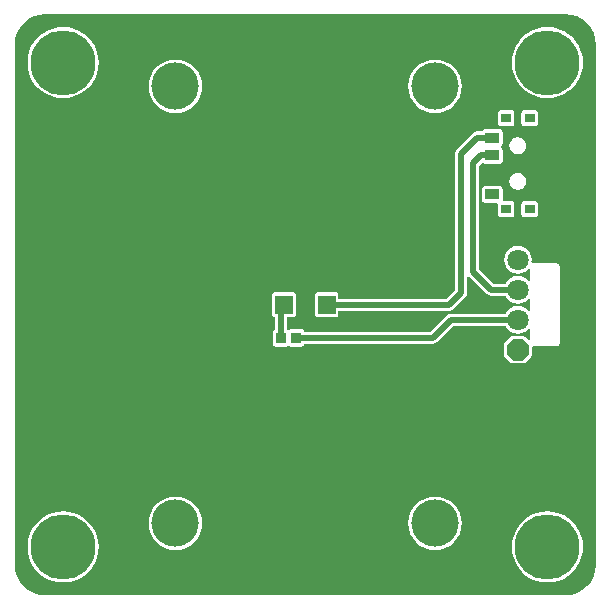
<source format=gtl>
G04 Layer_Physical_Order=1*
G04 Layer_Color=255*
%FSLAX44Y44*%
%MOMM*%
G71*
G01*
G75*
%ADD10R,1.2500X0.9000*%
%ADD11R,0.9000X0.8000*%
%ADD12R,1.5000X1.6000*%
%ADD13R,0.8500X0.9500*%
%ADD14C,0.5000*%
%ADD15P,1.9483X8X112.5*%
%ADD16C,1.8000*%
%ADD17C,4.0000*%
%ADD18C,5.5000*%
G36*
X475109Y495686D02*
X480022Y494196D01*
X484550Y491776D01*
X488518Y488519D01*
X491776Y484550D01*
X494196Y480022D01*
X495686Y475109D01*
X496165Y470248D01*
X496115Y470000D01*
X496115Y30000D01*
X496165Y29752D01*
X495686Y24891D01*
X494196Y19978D01*
X491776Y15450D01*
X488518Y11482D01*
X484550Y8225D01*
X480022Y5804D01*
X475109Y4314D01*
X471250Y3934D01*
X470000Y3885D01*
X470000Y3885D01*
X468730Y3885D01*
X31269Y3885D01*
X30000Y3885D01*
X28750Y3934D01*
X24891Y4314D01*
X19978Y5804D01*
X15450Y8225D01*
X11481Y11482D01*
X8225Y15450D01*
X5804Y19978D01*
X4314Y24891D01*
X3934Y28751D01*
X3885Y30000D01*
X3885Y30000D01*
X3885Y31252D01*
X3885Y470000D01*
X3835Y470248D01*
X4314Y475109D01*
X5804Y480022D01*
X8225Y484550D01*
X11481Y488519D01*
X15450Y491776D01*
X19978Y494196D01*
X24891Y495686D01*
X29752Y496165D01*
X30000Y496115D01*
X470000Y496115D01*
X470248Y496165D01*
X475109Y495686D01*
D02*
G37*
%LPC*%
G36*
X414500Y350695D02*
X402000D01*
X401009Y350498D01*
X400169Y349936D01*
X399607Y349096D01*
X399410Y348105D01*
Y339105D01*
X399607Y338114D01*
X400169Y337274D01*
X401009Y336713D01*
X402000Y336516D01*
X411976D01*
X412938Y335245D01*
X412910Y335105D01*
Y327105D01*
X413107Y326114D01*
X413669Y325274D01*
X414509Y324713D01*
X415500Y324515D01*
X424500D01*
X425491Y324713D01*
X426331Y325274D01*
X426893Y326114D01*
X427090Y327105D01*
Y335105D01*
X426893Y336096D01*
X426331Y336936D01*
X425491Y337498D01*
X424500Y337695D01*
X418024D01*
X417062Y338965D01*
X417090Y339105D01*
Y348105D01*
X416893Y349096D01*
X416331Y349936D01*
X415491Y350498D01*
X414500Y350695D01*
D02*
G37*
G36*
X444500Y337695D02*
X435500D01*
X434509Y337498D01*
X433669Y336936D01*
X433107Y336096D01*
X432910Y335105D01*
Y327105D01*
X433107Y326114D01*
X433669Y325274D01*
X434509Y324713D01*
X435500Y324515D01*
X444500D01*
X445491Y324713D01*
X446331Y325274D01*
X446893Y326114D01*
X447090Y327105D01*
Y335105D01*
X446893Y336096D01*
X446331Y336936D01*
X445491Y337498D01*
X444500Y337695D01*
D02*
G37*
G36*
X430505Y361733D02*
X429495D01*
X427739Y361384D01*
X426805Y360997D01*
X425317Y360003D01*
X425317Y360003D01*
X424602Y359288D01*
X424602Y359288D01*
X423608Y357800D01*
X423221Y356866D01*
X422872Y355110D01*
Y354855D01*
X422822Y354605D01*
X422872Y354355D01*
Y354100D01*
X423221Y352344D01*
X423608Y351411D01*
X424602Y349922D01*
X424602Y349922D01*
X425317Y349208D01*
X425317Y349208D01*
X426805Y348213D01*
X427739Y347826D01*
X429495Y347477D01*
X430505D01*
X432261Y347826D01*
X433195Y348213D01*
X434683Y349208D01*
X434683Y349208D01*
X435398Y349922D01*
X435398Y349922D01*
X436392Y351411D01*
X436779Y352344D01*
X437128Y354100D01*
Y354355D01*
X437178Y354605D01*
X437128Y354855D01*
Y355110D01*
X436779Y356866D01*
X436392Y357800D01*
X435398Y359288D01*
X435398Y359288D01*
X434683Y360003D01*
X434683Y360003D01*
X433195Y360997D01*
X432261Y361384D01*
X430505Y361733D01*
D02*
G37*
G36*
X360000Y87649D02*
X355581Y87214D01*
X351333Y85925D01*
X347417Y83832D01*
X343985Y81015D01*
X341168Y77583D01*
X339075Y73667D01*
X337786Y69419D01*
X337351Y65000D01*
X337786Y60581D01*
X339075Y56333D01*
X341168Y52417D01*
X343985Y48985D01*
X347417Y46168D01*
X351333Y44075D01*
X355581Y42786D01*
X360000Y42351D01*
X364419Y42786D01*
X368667Y44075D01*
X372583Y46168D01*
X376015Y48985D01*
X378832Y52417D01*
X380925Y56333D01*
X382214Y60581D01*
X382649Y65000D01*
X382214Y69419D01*
X380925Y73667D01*
X378832Y77583D01*
X376015Y81015D01*
X372583Y83832D01*
X368667Y85925D01*
X364419Y87214D01*
X360000Y87649D01*
D02*
G37*
G36*
X45000Y75133D02*
X40286Y74762D01*
X35688Y73658D01*
X31320Y71849D01*
X27288Y69378D01*
X23693Y66307D01*
X20622Y62712D01*
X18151Y58680D01*
X16342Y54312D01*
X15238Y49714D01*
X14867Y45000D01*
X15238Y40286D01*
X16342Y35689D01*
X18151Y31320D01*
X20622Y27288D01*
X23693Y23693D01*
X27288Y20622D01*
X31320Y18152D01*
X35688Y16342D01*
X40286Y15238D01*
X45000Y14867D01*
X49714Y15238D01*
X54311Y16342D01*
X58680Y18152D01*
X62712Y20622D01*
X66307Y23693D01*
X69378Y27288D01*
X71849Y31320D01*
X73658Y35689D01*
X74762Y40286D01*
X75133Y45000D01*
X74762Y49714D01*
X73658Y54312D01*
X71849Y58680D01*
X69378Y62712D01*
X66307Y66307D01*
X62712Y69378D01*
X58680Y71849D01*
X54311Y73658D01*
X49714Y74762D01*
X45000Y75133D01*
D02*
G37*
G36*
X455000D02*
X450286Y74762D01*
X445688Y73658D01*
X441320Y71849D01*
X437288Y69378D01*
X433693Y66307D01*
X430622Y62712D01*
X428151Y58680D01*
X426342Y54312D01*
X425238Y49714D01*
X424867Y45000D01*
X425238Y40286D01*
X426342Y35689D01*
X428151Y31320D01*
X430622Y27288D01*
X433693Y23693D01*
X437288Y20622D01*
X441320Y18152D01*
X445688Y16342D01*
X450286Y15238D01*
X455000Y14867D01*
X459714Y15238D01*
X464312Y16342D01*
X468680Y18152D01*
X472712Y20622D01*
X476307Y23693D01*
X479378Y27288D01*
X481849Y31320D01*
X483658Y35689D01*
X484762Y40286D01*
X485133Y45000D01*
X484762Y49714D01*
X483658Y54312D01*
X481849Y58680D01*
X479378Y62712D01*
X476307Y66307D01*
X472712Y69378D01*
X468680Y71849D01*
X464312Y73658D01*
X459714Y74762D01*
X455000Y75133D01*
D02*
G37*
G36*
X140000Y87649D02*
X135581Y87214D01*
X131333Y85925D01*
X127417Y83832D01*
X123985Y81015D01*
X121168Y77583D01*
X119075Y73667D01*
X117786Y69419D01*
X117351Y65000D01*
X117786Y60581D01*
X119075Y56333D01*
X121168Y52417D01*
X123985Y48985D01*
X127417Y46168D01*
X131333Y44075D01*
X135581Y42786D01*
X140000Y42351D01*
X144419Y42786D01*
X148667Y44075D01*
X152583Y46168D01*
X156015Y48985D01*
X158832Y52417D01*
X160925Y56333D01*
X162214Y60581D01*
X162649Y65000D01*
X162214Y69419D01*
X160925Y73667D01*
X158832Y77583D01*
X156015Y81015D01*
X152583Y83832D01*
X148667Y85925D01*
X144419Y87214D01*
X140000Y87649D01*
D02*
G37*
G36*
X414500Y398695D02*
X402000D01*
X401009Y398498D01*
X400169Y397936D01*
X399607Y397096D01*
X399537Y396744D01*
X395605D01*
X393639Y396353D01*
X391972Y395239D01*
X378366Y381634D01*
X377252Y379967D01*
X376861Y378000D01*
Y262129D01*
X369871Y255139D01*
X278090D01*
Y258000D01*
X277893Y258991D01*
X277331Y259831D01*
X276491Y260393D01*
X275500Y260590D01*
X260500D01*
X259509Y260393D01*
X258669Y259831D01*
X258107Y258991D01*
X257910Y258000D01*
Y242000D01*
X258107Y241009D01*
X258669Y240169D01*
X259509Y239607D01*
X260500Y239410D01*
X275500D01*
X276491Y239607D01*
X277331Y240169D01*
X277893Y241009D01*
X278090Y242000D01*
Y244861D01*
X372000D01*
X373966Y245252D01*
X375634Y246366D01*
X385634Y256366D01*
X386748Y258034D01*
X387139Y260000D01*
Y273918D01*
X388227Y274315D01*
X388409Y274324D01*
X403666Y259066D01*
X405334Y257952D01*
X407300Y257561D01*
X419638D01*
X419920Y256880D01*
X421770Y254470D01*
X424180Y252620D01*
X426987Y251457D01*
X430000Y251061D01*
X433013Y251457D01*
X435820Y252620D01*
X438230Y254470D01*
X438940Y255395D01*
X440210Y254963D01*
Y245037D01*
X438940Y244605D01*
X438230Y245530D01*
X435820Y247380D01*
X433013Y248543D01*
X430000Y248940D01*
X426987Y248543D01*
X424180Y247380D01*
X421770Y245530D01*
X419920Y243120D01*
X419638Y242439D01*
X373300D01*
X371334Y242048D01*
X369666Y240934D01*
X355872Y227139D01*
X249263D01*
X249143Y227741D01*
X248581Y228581D01*
X247741Y229143D01*
X246750Y229340D01*
X238250D01*
X237259Y229143D01*
X236896Y228900D01*
X236000Y228683D01*
X235104Y228900D01*
X234741Y229143D01*
X234639Y229163D01*
Y239410D01*
X239500D01*
X240491Y239607D01*
X241331Y240169D01*
X241893Y241009D01*
X242090Y242000D01*
Y258000D01*
X241893Y258991D01*
X241331Y259831D01*
X240491Y260393D01*
X239500Y260590D01*
X224500D01*
X223509Y260393D01*
X222669Y259831D01*
X222107Y258991D01*
X221910Y258000D01*
Y242000D01*
X222107Y241009D01*
X222669Y240169D01*
X223509Y239607D01*
X224361Y239438D01*
Y229163D01*
X224259Y229143D01*
X223419Y228581D01*
X222857Y227741D01*
X222660Y226750D01*
Y217250D01*
X222857Y216259D01*
X223419Y215419D01*
X224259Y214857D01*
X225250Y214660D01*
X233750D01*
X234741Y214857D01*
X235104Y215100D01*
X236000Y215317D01*
X236896Y215100D01*
X237259Y214857D01*
X238250Y214660D01*
X246750D01*
X247741Y214857D01*
X248581Y215419D01*
X249143Y216259D01*
X249263Y216861D01*
X358000D01*
X359967Y217252D01*
X361634Y218366D01*
X375429Y232161D01*
X419638D01*
X419920Y231480D01*
X421770Y229070D01*
X424180Y227220D01*
X426987Y226057D01*
X430000Y225660D01*
X433013Y226057D01*
X435820Y227220D01*
X438230Y229070D01*
X438940Y229995D01*
X440210Y229564D01*
Y220512D01*
X439037Y220026D01*
X436331Y222731D01*
X435491Y223293D01*
X434500Y223490D01*
X425500D01*
X424509Y223293D01*
X423669Y222731D01*
X419169Y218231D01*
X418607Y217391D01*
X418410Y216400D01*
Y207400D01*
X418607Y206409D01*
X419169Y205569D01*
X423669Y201069D01*
X424509Y200507D01*
X425500Y200310D01*
X434500D01*
X435491Y200507D01*
X436331Y201069D01*
X440831Y205569D01*
X441393Y206409D01*
X441590Y207400D01*
Y213856D01*
X442800Y214910D01*
X462800D01*
X463791Y215107D01*
X464631Y215669D01*
X465193Y216509D01*
X465390Y217500D01*
Y282500D01*
X465193Y283491D01*
X464631Y284331D01*
X463791Y284893D01*
X462800Y285090D01*
X442800D01*
X442517Y285033D01*
X441364Y286006D01*
X441640Y288100D01*
X441243Y291112D01*
X440080Y293920D01*
X438230Y296330D01*
X435820Y298180D01*
X433013Y299343D01*
X430000Y299740D01*
X426987Y299343D01*
X424180Y298180D01*
X421770Y296330D01*
X419920Y293920D01*
X418757Y291112D01*
X418360Y288100D01*
X418757Y285088D01*
X419920Y282280D01*
X421770Y279870D01*
X424180Y278020D01*
X426987Y276857D01*
X430000Y276460D01*
X433013Y276857D01*
X435820Y278020D01*
X438230Y279870D01*
X438940Y280795D01*
X440210Y280364D01*
Y270436D01*
X438940Y270005D01*
X438230Y270930D01*
X435820Y272780D01*
X433013Y273943D01*
X430000Y274340D01*
X426987Y273943D01*
X424180Y272780D01*
X421770Y270930D01*
X419920Y268520D01*
X419638Y267839D01*
X409428D01*
X397139Y280128D01*
Y367872D01*
X399598Y370330D01*
X400169Y370274D01*
X401009Y369713D01*
X402000Y369515D01*
X414500D01*
X415491Y369713D01*
X416331Y370274D01*
X416893Y371114D01*
X417090Y372105D01*
Y381105D01*
X416893Y382096D01*
X416331Y382936D01*
X415583Y383436D01*
X415510Y384105D01*
X415583Y384774D01*
X416331Y385274D01*
X416893Y386114D01*
X417090Y387105D01*
Y396105D01*
X416893Y397096D01*
X416331Y397936D01*
X415491Y398498D01*
X414500Y398695D01*
D02*
G37*
G36*
X360000Y457649D02*
X355581Y457214D01*
X351333Y455925D01*
X347417Y453832D01*
X343985Y451015D01*
X341168Y447583D01*
X339075Y443667D01*
X337786Y439419D01*
X337351Y435000D01*
X337786Y430581D01*
X339075Y426333D01*
X341168Y422417D01*
X343985Y418985D01*
X347417Y416168D01*
X351333Y414075D01*
X355581Y412786D01*
X360000Y412351D01*
X364419Y412786D01*
X368667Y414075D01*
X372583Y416168D01*
X376015Y418985D01*
X378832Y422417D01*
X380925Y426333D01*
X382214Y430581D01*
X382649Y435000D01*
X382214Y439419D01*
X380925Y443667D01*
X378832Y447583D01*
X376015Y451015D01*
X372583Y453832D01*
X368667Y455925D01*
X364419Y457214D01*
X360000Y457649D01*
D02*
G37*
G36*
X45000Y485133D02*
X40286Y484762D01*
X35688Y483658D01*
X31320Y481849D01*
X27288Y479378D01*
X23693Y476307D01*
X20622Y472712D01*
X18151Y468680D01*
X16342Y464312D01*
X15238Y459714D01*
X14867Y455000D01*
X15238Y450286D01*
X16342Y445689D01*
X18151Y441320D01*
X20622Y437288D01*
X23693Y433693D01*
X27288Y430622D01*
X31320Y428152D01*
X35688Y426342D01*
X40286Y425238D01*
X45000Y424867D01*
X49714Y425238D01*
X54311Y426342D01*
X58680Y428152D01*
X62712Y430622D01*
X66307Y433693D01*
X69378Y437288D01*
X71849Y441320D01*
X73658Y445689D01*
X74762Y450286D01*
X75133Y455000D01*
X74762Y459714D01*
X73658Y464312D01*
X71849Y468680D01*
X69378Y472712D01*
X66307Y476307D01*
X62712Y479378D01*
X58680Y481849D01*
X54311Y483658D01*
X49714Y484762D01*
X45000Y485133D01*
D02*
G37*
G36*
X455000D02*
X450286Y484762D01*
X445688Y483658D01*
X441320Y481849D01*
X437288Y479378D01*
X433693Y476307D01*
X430622Y472712D01*
X428151Y468680D01*
X426342Y464312D01*
X425238Y459714D01*
X424867Y455000D01*
X425238Y450286D01*
X426342Y445689D01*
X428151Y441320D01*
X430622Y437288D01*
X433693Y433693D01*
X437288Y430622D01*
X441320Y428152D01*
X445688Y426342D01*
X450286Y425238D01*
X455000Y424867D01*
X459714Y425238D01*
X464312Y426342D01*
X468680Y428152D01*
X472712Y430622D01*
X476307Y433693D01*
X479378Y437288D01*
X481849Y441320D01*
X483658Y445689D01*
X484762Y450286D01*
X485133Y455000D01*
X484762Y459714D01*
X483658Y464312D01*
X481849Y468680D01*
X479378Y472712D01*
X476307Y476307D01*
X472712Y479378D01*
X468680Y481849D01*
X464312Y483658D01*
X459714Y484762D01*
X455000Y485133D01*
D02*
G37*
G36*
X140000Y457649D02*
X135581Y457214D01*
X131333Y455925D01*
X127417Y453832D01*
X123985Y451015D01*
X121168Y447583D01*
X119075Y443667D01*
X117786Y439419D01*
X117351Y435000D01*
X117786Y430581D01*
X119075Y426333D01*
X121168Y422417D01*
X123985Y418985D01*
X127417Y416168D01*
X131333Y414075D01*
X135581Y412786D01*
X140000Y412351D01*
X144419Y412786D01*
X148667Y414075D01*
X152583Y416168D01*
X156015Y418985D01*
X158832Y422417D01*
X160925Y426333D01*
X162214Y430581D01*
X162649Y435000D01*
X162214Y439419D01*
X160925Y443667D01*
X158832Y447583D01*
X156015Y451015D01*
X152583Y453832D01*
X148667Y455925D01*
X144419Y457214D01*
X140000Y457649D01*
D02*
G37*
G36*
X430505Y391733D02*
X429495D01*
X427739Y391384D01*
X426805Y390997D01*
X425317Y390003D01*
X425317Y390003D01*
X424602Y389288D01*
X424602Y389288D01*
X423608Y387800D01*
X423221Y386866D01*
X422872Y385110D01*
Y384855D01*
X422822Y384605D01*
X422872Y384355D01*
Y384100D01*
X423221Y382344D01*
X423608Y381411D01*
X424602Y379922D01*
X424602Y379922D01*
X425317Y379208D01*
X425317Y379207D01*
X426805Y378213D01*
X427739Y377826D01*
X429495Y377477D01*
X430505D01*
X432261Y377826D01*
X433195Y378213D01*
X434683Y379207D01*
X434683Y379208D01*
X435398Y379922D01*
X435398Y379922D01*
X436392Y381411D01*
X436779Y382344D01*
X437128Y384100D01*
Y384355D01*
X437178Y384605D01*
X437128Y384855D01*
Y385110D01*
X436779Y386866D01*
X436392Y387800D01*
X435398Y389288D01*
X435398Y389288D01*
X434683Y390003D01*
X434683Y390003D01*
X433195Y390997D01*
X432261Y391384D01*
X430505Y391733D01*
D02*
G37*
G36*
X424500Y414695D02*
X415500D01*
X414509Y414498D01*
X413669Y413936D01*
X413107Y413096D01*
X412910Y412105D01*
Y404105D01*
X413107Y403114D01*
X413669Y402274D01*
X414509Y401713D01*
X415500Y401516D01*
X424500D01*
X425491Y401713D01*
X426331Y402274D01*
X426893Y403114D01*
X427090Y404105D01*
Y412105D01*
X426893Y413096D01*
X426331Y413936D01*
X425491Y414498D01*
X424500Y414695D01*
D02*
G37*
G36*
X444500D02*
X435500D01*
X434509Y414498D01*
X433669Y413936D01*
X433107Y413096D01*
X432910Y412105D01*
Y404105D01*
X433107Y403114D01*
X433669Y402274D01*
X434509Y401713D01*
X435500Y401516D01*
X444500D01*
X445491Y401713D01*
X446331Y402274D01*
X446893Y403114D01*
X447090Y404105D01*
Y412105D01*
X446893Y413096D01*
X446331Y413936D01*
X445491Y414498D01*
X444500Y414695D01*
D02*
G37*
%LPD*%
D10*
X408250Y343605D02*
D03*
Y376605D02*
D03*
Y391605D02*
D03*
D11*
X440000Y408105D02*
D03*
X420000D02*
D03*
X440000Y331105D02*
D03*
X420000D02*
D03*
D12*
X268000Y250000D02*
D03*
X232000D02*
D03*
D13*
X229500Y222000D02*
D03*
X242500D02*
D03*
D14*
X268000Y250000D02*
X372000D01*
X382000Y260000D01*
Y378000D01*
X395605Y391605D01*
X408250D01*
X398605Y376605D02*
X408250D01*
X392000Y370000D02*
X398605Y376605D01*
X392000Y278000D02*
Y370000D01*
Y278000D02*
X407300Y262700D01*
X430000D01*
X242500Y222000D02*
X358000D01*
X373300Y237300D01*
X430000D01*
X229500Y247500D02*
X232000Y250000D01*
X229500Y222000D02*
Y247500D01*
D15*
X430000Y211900D02*
D03*
D16*
Y237300D02*
D03*
Y262700D02*
D03*
Y288100D02*
D03*
D17*
X360000Y65000D02*
D03*
X140000D02*
D03*
X360000Y435000D02*
D03*
X140000D02*
D03*
D18*
X45000Y455000D02*
D03*
X455000D02*
D03*
X45000Y45000D02*
D03*
X455000D02*
D03*
M02*

</source>
